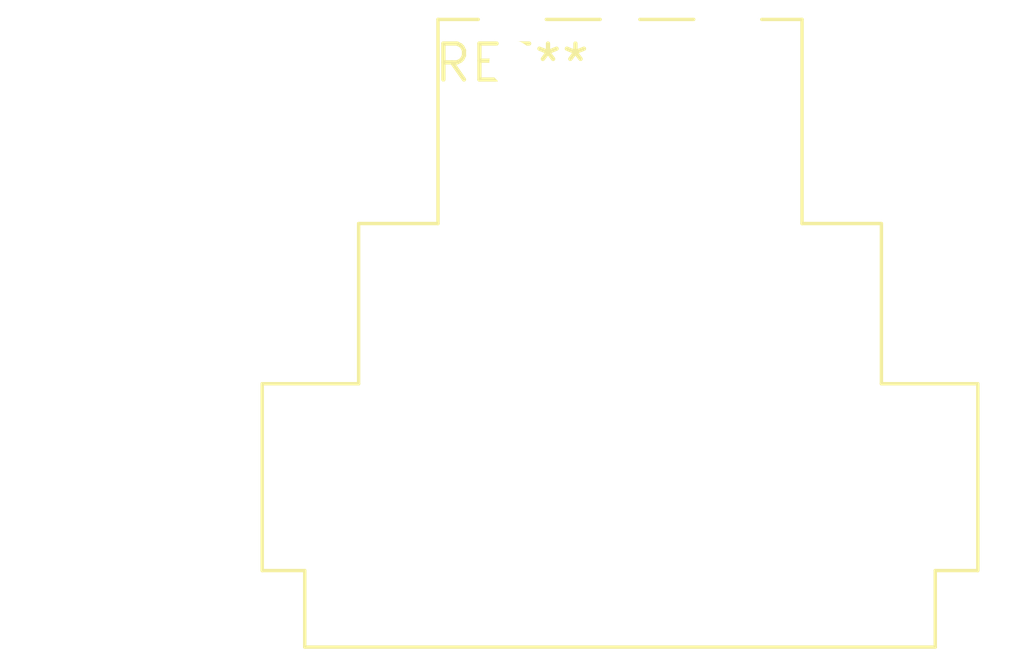
<source format=kicad_pcb>
(kicad_pcb (version 20240108) (generator pcbnew)
  (layers (0 "F.Cu" signal) (31 "B.Cu" signal) (34 "B.Paste" user) (35 "F.Paste" user) (36 "B.SilkS" user "B.Silkscreen") (37 "F.SilkS" user "F.Silkscreen") (38 "B.Mask" user) (39 "F.Mask" user) (44 "Edge.Cuts" user))
  (net 0 "")
  (footprint "Jack_XLR_Neutrik_NC3MBH_Horizontal" (layer "F.Cu") (at 0 0)
    (property "Reference" "REF**")
    (property "Value" "Jack_XLR_Neutrik_NC3MBH_Horizontal")
    (fp_line (start -8.81 11.31) (end -5.41 11.31) (layer "F.SilkS") (stroke (width 0.12)))
    (fp_line (start -8.81 17.9) (end -8.81 11.31) (layer "F.SilkS") (stroke (width 0.12)))
    (fp_line (start -7.31 17.9) (end -8.81 17.9) (layer "F.SilkS") (stroke (width 0.12)))
    (fp_line (start -7.31 17.9) (end -7.31 20.6) (layer "F.SilkS") (stroke (width 0.12)))
    (fp_line (start -5.41 11.31) (end -5.41 5.66) (layer "F.SilkS") (stroke (width 0.12)))
    (fp_line (start -2.61 5.66) (end -5.41 5.66) (layer "F.SilkS") (stroke (width 0.12)))
    (fp_line (start -2.61 5.66) (end -2.61 -1.54) (layer "F.SilkS") (stroke (width 0.12)))
    (fp_line (start -1.19 -1.54) (end -2.61 -1.54) (layer "F.SilkS") (stroke (width 0.12)))
    (fp_line (start 3.11 -1.54) (end 1.21 -1.54) (layer "F.SilkS") (stroke (width 0.12)))
    (fp_line (start 4.51 -1.54) (end 6.41 -1.54) (layer "F.SilkS") (stroke (width 0.12)))
    (fp_line (start 10.23 -1.54) (end 8.81 -1.54) (layer "F.SilkS") (stroke (width 0.12)))
    (fp_line (start 10.23 5.66) (end 10.23 -1.54) (layer "F.SilkS") (stroke (width 0.12)))
    (fp_line (start 10.23 5.66) (end 13.03 5.66) (layer "F.SilkS") (stroke (width 0.12)))
    (fp_line (start 13.03 11.31) (end 13.03 5.66) (layer "F.SilkS") (stroke (width 0.12)))
    (fp_line (start 13.03 11.31) (end 16.43 11.31) (layer "F.SilkS") (stroke (width 0.12)))
    (fp_line (start 14.93 17.9) (end 14.93 20.6) (layer "F.SilkS") (stroke (width 0.12)))
    (fp_line (start 14.93 20.6) (end -7.31 20.6) (layer "F.SilkS") (stroke (width 0.12)))
    (fp_line (start 16.43 17.9) (end 14.93 17.9) (layer "F.SilkS") (stroke (width 0.12)))
    (fp_line (start 16.43 17.9) (end 16.43 11.31) (layer "F.SilkS") (stroke (width 0.12)))
    (pad "" np_thru_hole circle (at 0 8.89) (size 1.6 1.6) (drill 1.6) (layers *.Cu *.Mask))
    (pad "" np_thru_hole circle (at 7.62 13.97) (size 1.6 1.6) (drill 1.6) (layers *.Cu *.Mask))
    (pad "1" thru_hole circle (at 0 0) (size 3.4 3.4) (drill 1.6) (layers *.Cu *.Mask) (remove_unused_layers))
    (pad "2" thru_hole circle (at 7.62 0) (size 3.4 3.4) (drill 1.6) (layers *.Cu *.Mask) (remove_unused_layers))
    (pad "3" thru_hole circle (at 3.81 0) (size 2.9 2.9) (drill 1.2) (layers *.Cu *.Mask) (remove_unused_layers))
    (pad "G" thru_hole circle (at 3.81 5.08) (size 2.9 2.9) (drill 1.2) (layers *.Cu *.Mask) (remove_unused_layers))
  )
)
</source>
